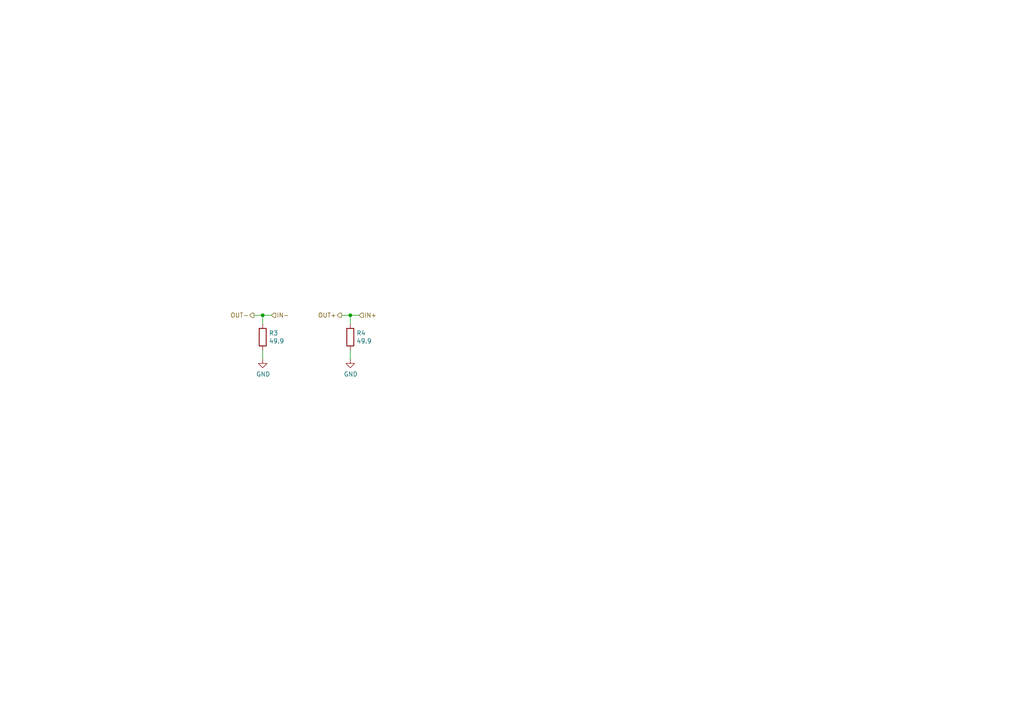
<source format=kicad_sch>
(kicad_sch (version 20250114) (generator "eeschema") (generator_version "9.0")
  (paper "A4")
  (lib_symbols
    (symbol "Device:R" (pin_numbers (hide yes)) (pin_names (offset 0))
      (property "Reference" "R" (at 2.032 0 90))
      (property "Value" "R" (at 0 0 90))
      (symbol "R_0_1"
        (rectangle (start -1.016 -2.54) (end 1.016 2.54) (stroke (width 0.254)))
      )
      (symbol "R_1_1"
        (pin passive line (at 0 3.81 270) (length 1.27) (name "~") (number "1"))
        (pin passive line (at 0 -3.81 90) (length 1.27) (name "~") (number "2"))
      )
    )
    (symbol "power:GND" (power) (pin_names (offset 0))
      (property "Value" "GND" (at 0 -3.81 0))
      (symbol "GND_0_1"
        (polyline (pts (xy 0 0) (xy 0 -1.27) (xy 1.27 -1.27) (xy 0 -2.54) (xy -1.27 -1.27) (xy 0 -1.27)))
      )
      (symbol "GND_1_1"
        (pin power_in line (at 0 0 270) (length 0) (hide yes) (name "GND") (number "1"))
      )
    )
  )
  (junction (at 76.2 91.44))
  (junction (at 101.6 91.44))
  (wire (pts (xy 76.2 91.44) (xy 78.74 91.44)))
  (wire (pts (xy 101.6 101.6) (xy 101.6 104.14)))
  (wire (pts (xy 76.2 101.6) (xy 76.2 104.14)))
  (wire (pts (xy 101.6 93.98) (xy 101.6 91.44)))
  (wire (pts (xy 76.2 93.98) (xy 76.2 91.44)))
  (wire (pts (xy 101.6 91.44) (xy 104.14 91.44)))
  (wire (pts (xy 73.66 91.44) (xy 76.2 91.44)))
  (wire (pts (xy 99.06 91.44) (xy 101.6 91.44)))
  (hierarchical_label "IN+" (shape input) (at 104.14 91.44 0))
  (hierarchical_label "OUT-" (shape output) (at 73.66 91.44 180))
  (hierarchical_label "OUT+" (shape output) (at 99.06 91.44 180))
  (hierarchical_label "IN-" (shape input) (at 78.74 91.44 0))
  (symbol (lib_id "Device:R") (at 76.2 97.79 0) (unit 1)
    (property "Reference" "R3" (at 77.978 96.6216 0) (effects (justify left)))
    (property "Value" "49.9" (at 77.978 98.933 0) (effects (justify left)))
    (property "Footprint" "Resistor_SMD:R_0603_1608Metric" (effects (hide yes)))
    (instances (project "PCIexpress_x2_full" (path "" (reference "R3") (unit 1)) (path "" (reference "R1") (unit 1))))
  )
  (symbol (lib_id "Device:R") (at 101.6 97.79 0) (unit 1)
    (property "Reference" "R4" (at 103.378 96.6216 0) (effects (justify left)))
    (property "Value" "49.9" (at 103.378 98.933 0) (effects (justify left)))
    (property "Footprint" "Resistor_SMD:R_0603_1608Metric" (effects (hide yes)))
    (instances (project "PCIexpress_x2_full" (path "" (reference "R4") (unit 1)) (path "" (reference "R2") (unit 1))))
  )
  (symbol (lib_id "power:GND") (at 76.2 104.14 0) (unit 1)
    (property "Reference" "#PWR0121" (effects (hide yes)))
    (property "Value" "GND" (at 76.327 108.5342 0))
    (instances (project "PCIexpress_x2_full" (path "" (reference "#PWR0121") (unit 1)) (path "" (reference "#PWR0122") (unit 1))))
  )
  (symbol (lib_id "power:GND") (at 101.6 104.14 0) (unit 1)
    (property "Reference" "#PWR0129" (effects (hide yes)))
    (property "Value" "GND" (at 101.727 108.5342 0))
    (instances (project "PCIexpress_x2_full" (path "" (reference "#PWR0129") (unit 1)) (path "" (reference "#PWR0130") (unit 1))))
  )
)
</source>
